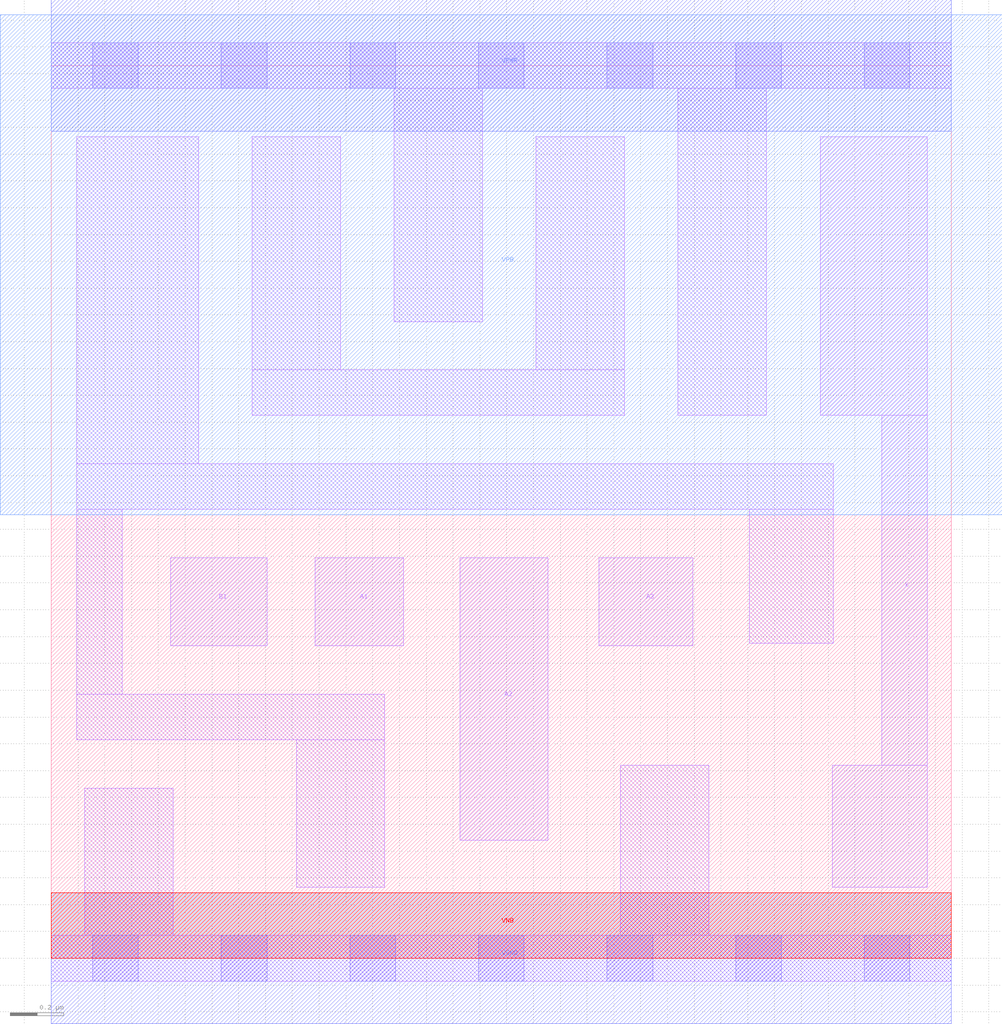
<source format=lef>
# Copyright 2020 The SkyWater PDK Authors
#
# Licensed under the Apache License, Version 2.0 (the "License");
# you may not use this file except in compliance with the License.
# You may obtain a copy of the License at
#
#     https://www.apache.org/licenses/LICENSE-2.0
#
# Unless required by applicable law or agreed to in writing, software
# distributed under the License is distributed on an "AS IS" BASIS,
# WITHOUT WARRANTIES OR CONDITIONS OF ANY KIND, either express or implied.
# See the License for the specific language governing permissions and
# limitations under the License.
#
# SPDX-License-Identifier: Apache-2.0

VERSION 5.7 ;
  NOWIREEXTENSIONATPIN ON ;
  DIVIDERCHAR "/" ;
  BUSBITCHARS "[]" ;
MACRO sky130_fd_sc_lp__a31o_lp
  CLASS CORE ;
  FOREIGN sky130_fd_sc_lp__a31o_lp ;
  ORIGIN  0.000000  0.000000 ;
  SIZE  3.360000 BY  3.330000 ;
  SYMMETRY X Y R90 ;
  SITE unit ;
  PIN A1
    ANTENNAGATEAREA  0.313000 ;
    DIRECTION INPUT ;
    USE SIGNAL ;
    PORT
      LAYER li1 ;
        RECT 0.985000 1.165000 1.315000 1.495000 ;
    END
  END A1
  PIN A2
    ANTENNAGATEAREA  0.313000 ;
    DIRECTION INPUT ;
    USE SIGNAL ;
    PORT
      LAYER li1 ;
        RECT 1.525000 0.440000 1.855000 1.495000 ;
    END
  END A2
  PIN A3
    ANTENNAGATEAREA  0.313000 ;
    DIRECTION INPUT ;
    USE SIGNAL ;
    PORT
      LAYER li1 ;
        RECT 2.045000 1.165000 2.395000 1.495000 ;
    END
  END A3
  PIN B1
    ANTENNAGATEAREA  0.376000 ;
    DIRECTION INPUT ;
    USE SIGNAL ;
    PORT
      LAYER li1 ;
        RECT 0.445000 1.165000 0.805000 1.495000 ;
    END
  END B1
  PIN X
    ANTENNADIFFAREA  0.404700 ;
    DIRECTION OUTPUT ;
    USE SIGNAL ;
    PORT
      LAYER li1 ;
        RECT 2.870000 2.025000 3.270000 3.065000 ;
        RECT 2.915000 0.265000 3.270000 0.720000 ;
        RECT 3.100000 0.720000 3.270000 2.025000 ;
    END
  END X
  PIN VGND
    DIRECTION INOUT ;
    USE GROUND ;
    PORT
      LAYER met1 ;
        RECT 0.000000 -0.245000 3.360000 0.245000 ;
    END
  END VGND
  PIN VNB
    DIRECTION INOUT ;
    USE GROUND ;
    PORT
      LAYER pwell ;
        RECT 0.000000 0.000000 3.360000 0.245000 ;
    END
  END VNB
  PIN VPB
    DIRECTION INOUT ;
    USE POWER ;
    PORT
      LAYER nwell ;
        RECT -0.190000 1.655000 3.550000 3.520000 ;
    END
  END VPB
  PIN VPWR
    DIRECTION INOUT ;
    USE POWER ;
    PORT
      LAYER met1 ;
        RECT 0.000000 3.085000 3.360000 3.575000 ;
    END
  END VPWR
  OBS
    LAYER li1 ;
      RECT 0.000000 -0.085000 3.360000 0.085000 ;
      RECT 0.000000  3.245000 3.360000 3.415000 ;
      RECT 0.095000  0.815000 1.245000 0.985000 ;
      RECT 0.095000  0.985000 0.265000 1.675000 ;
      RECT 0.095000  1.675000 2.920000 1.845000 ;
      RECT 0.095000  1.845000 0.550000 3.065000 ;
      RECT 0.125000  0.085000 0.455000 0.635000 ;
      RECT 0.750000  2.025000 2.140000 2.195000 ;
      RECT 0.750000  2.195000 1.080000 3.065000 ;
      RECT 0.915000  0.265000 1.245000 0.815000 ;
      RECT 1.280000  2.375000 1.610000 3.245000 ;
      RECT 1.810000  2.195000 2.140000 3.065000 ;
      RECT 2.125000  0.085000 2.455000 0.720000 ;
      RECT 2.340000  2.025000 2.670000 3.245000 ;
      RECT 2.605000  1.175000 2.920000 1.675000 ;
    LAYER mcon ;
      RECT 0.155000 -0.085000 0.325000 0.085000 ;
      RECT 0.155000  3.245000 0.325000 3.415000 ;
      RECT 0.635000 -0.085000 0.805000 0.085000 ;
      RECT 0.635000  3.245000 0.805000 3.415000 ;
      RECT 1.115000 -0.085000 1.285000 0.085000 ;
      RECT 1.115000  3.245000 1.285000 3.415000 ;
      RECT 1.595000 -0.085000 1.765000 0.085000 ;
      RECT 1.595000  3.245000 1.765000 3.415000 ;
      RECT 2.075000 -0.085000 2.245000 0.085000 ;
      RECT 2.075000  3.245000 2.245000 3.415000 ;
      RECT 2.555000 -0.085000 2.725000 0.085000 ;
      RECT 2.555000  3.245000 2.725000 3.415000 ;
      RECT 3.035000 -0.085000 3.205000 0.085000 ;
      RECT 3.035000  3.245000 3.205000 3.415000 ;
  END
END sky130_fd_sc_lp__a31o_lp
END LIBRARY

</source>
